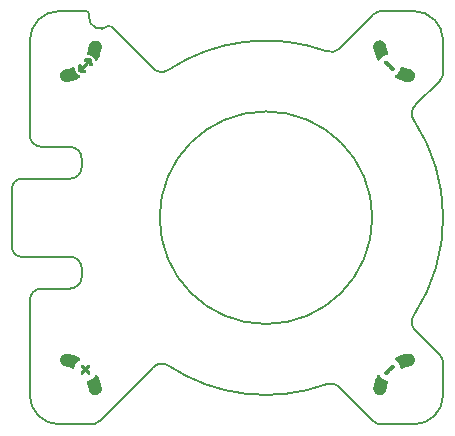
<source format=gto>
%TF.GenerationSoftware,KiCad,Pcbnew,9.0.5*%
%TF.CreationDate,2025-10-03T12:11:06+01:00*%
%TF.ProjectId,mm_rgb_ring,6d6d5f72-6762-45f7-9269-6e672e6b6963,0.4*%
%TF.SameCoordinates,PX8d24d00PY36d6160*%
%TF.FileFunction,Legend,Top*%
%TF.FilePolarity,Positive*%
%FSLAX45Y45*%
G04 Gerber Fmt 4.5, Leading zero omitted, Abs format (unit mm)*
G04 Created by KiCad (PCBNEW 9.0.5) date 2025-10-03 12:11:06*
%MOMM*%
%LPD*%
G01*
G04 APERTURE LIST*
%ADD10C,0.200000*%
%ADD11C,0.010000*%
G04 APERTURE END LIST*
D10*
X-1414831Y597028D02*
X-1654831Y597028D01*
X757069Y-1412972D02*
G75*
G02*
X-583632Y-1253573I-512129J1410492D01*
G01*
X1716169Y1156828D02*
X1509569Y950228D01*
X867169Y1428828D02*
G75*
G02*
X757268Y1407524I-71339J73892D01*
G01*
X-1904831Y247028D02*
G75*
G02*
X-1824831Y327031I79891J112D01*
G01*
X-1060331Y1613728D02*
X-713831Y1266228D01*
X-1414831Y-332972D02*
X-1824831Y-332972D01*
X1509169Y-956972D02*
G75*
G02*
X1499372Y-824974I72211J71722D01*
G01*
X1495169Y-1752972D02*
X1225169Y-1752972D01*
X-1754831Y-702972D02*
G75*
G02*
X-1654831Y-602969I100051J-48D01*
G01*
X1715869Y-1162272D02*
G75*
G02*
X1745169Y-1232972I-70329J-70568D01*
G01*
X1745169Y-1232972D02*
X1745169Y-1502972D01*
X-1504831Y-1752972D02*
G75*
G02*
X-1754832Y-1502972I-79J249922D01*
G01*
X1745169Y1226828D02*
G75*
G02*
X1716169Y1156828I-98239J-308D01*
G01*
X1155169Y-1723972D02*
X866969Y-1436072D01*
X1145169Y-2972D02*
G75*
G02*
X-654831Y-2972I-900000J0D01*
G01*
X-654831Y-2972D02*
G75*
G02*
X1145169Y-2972I900000J0D01*
G01*
X-1414831Y597028D02*
G75*
G02*
X-1314832Y497028I-39J-100038D01*
G01*
X-713831Y-1272972D02*
G75*
G02*
X-583627Y-1253567I76061J-63828D01*
G01*
X-1504831Y1747028D02*
X-1279831Y1747028D01*
X-1824831Y-332972D02*
G75*
G02*
X-1904832Y-252972I-109J79892D01*
G01*
X-1654831Y597028D02*
G75*
G02*
X-1754822Y697028I31J100022D01*
G01*
X-1164131Y-1723672D02*
G75*
G02*
X-1234831Y-1752974I-70559J70303D01*
G01*
X-1754831Y-1502972D02*
X-1754831Y-702972D01*
X-1654831Y-602972D02*
X-1414831Y-602972D01*
X757069Y-1412972D02*
G75*
G02*
X866968Y-1436073I37531J-94418D01*
G01*
X1495169Y1746827D02*
G75*
G02*
X1745167Y1496828I81J-249918D01*
G01*
X-1754831Y697028D02*
X-1754831Y1497028D01*
X-1314831Y497028D02*
X-1314831Y427028D01*
X-1090031Y1620328D02*
G75*
G02*
X-1254832Y1697028I-64439J76942D01*
G01*
X1495269Y826028D02*
X1499369Y818828D01*
X-1754831Y1497028D02*
G75*
G02*
X-1504831Y1747031I249921J82D01*
G01*
X1225169Y1746827D02*
X1495169Y1746827D01*
X-1314831Y-432972D02*
X-1314831Y-502972D01*
X-1314831Y427028D02*
G75*
G02*
X-1414631Y327031I-99699J-298D01*
G01*
X1154469Y1717627D02*
G75*
G02*
X1225169Y1746830I70661J-70888D01*
G01*
X-1254831Y1697028D02*
X-1254831Y1722028D01*
X1225169Y-1752972D02*
G75*
G02*
X1155172Y-1723970I-509J97742D01*
G01*
X-583431Y1247328D02*
G75*
G02*
X-713831Y1266228I-54319J84522D01*
G01*
X-1414831Y-332972D02*
G75*
G02*
X-1314832Y-432972I131J-99868D01*
G01*
X1745169Y-1502972D02*
G75*
G02*
X1495169Y-1752969I-249919J-78D01*
G01*
X-1904831Y-252972D02*
X-1904831Y247028D01*
X-1090031Y1620328D02*
G75*
G02*
X-1060333Y1613726I10591J-22458D01*
G01*
X867169Y1428828D02*
X1154469Y1717627D01*
X-1279831Y1747028D02*
G75*
G02*
X-1254822Y1722028I71J-24938D01*
G01*
X1509169Y-956972D02*
X1715869Y-1162272D01*
X1499369Y818828D02*
G75*
G02*
X1509570Y950227I80551J59842D01*
G01*
X-583431Y1247328D02*
G75*
G02*
X757269Y1407526I829681J-1253338D01*
G01*
X-1824831Y327028D02*
X-1414631Y327028D01*
X-1234831Y-1752972D02*
X-1504831Y-1752972D01*
X1495269Y826028D02*
G75*
G02*
X1499369Y-824973I-1248746J-828607D01*
G01*
X-1314831Y-502972D02*
G75*
G02*
X-1414831Y-602969I-100039J42D01*
G01*
X1745169Y1496828D02*
X1745169Y1226828D01*
X-713831Y-1272972D02*
X-1164131Y-1723672D01*
D11*
%TO.C,MH3*%
X-1192931Y-1336394D02*
X-1191257Y-1337027D01*
X-1189695Y-1338171D01*
X-1188172Y-1339891D01*
X-1186619Y-1342253D01*
X-1184964Y-1345323D01*
X-1184948Y-1345354D01*
X-1179208Y-1357513D01*
X-1173866Y-1370278D01*
X-1168954Y-1383549D01*
X-1164506Y-1397227D01*
X-1160557Y-1411211D01*
X-1157140Y-1425402D01*
X-1155899Y-1431266D01*
X-1154818Y-1437214D01*
X-1154127Y-1442527D01*
X-1153821Y-1447262D01*
X-1153897Y-1451472D01*
X-1154284Y-1454831D01*
X-1155733Y-1461174D01*
X-1157871Y-1467152D01*
X-1160673Y-1472730D01*
X-1164116Y-1477873D01*
X-1168175Y-1482545D01*
X-1172826Y-1486712D01*
X-1178047Y-1490338D01*
X-1178878Y-1490834D01*
X-1184149Y-1493463D01*
X-1189773Y-1495434D01*
X-1195641Y-1496736D01*
X-1201647Y-1497358D01*
X-1207684Y-1497290D01*
X-1213646Y-1496520D01*
X-1219426Y-1495039D01*
X-1219807Y-1494913D01*
X-1225413Y-1492621D01*
X-1230708Y-1489641D01*
X-1235624Y-1486040D01*
X-1240091Y-1481884D01*
X-1244042Y-1477239D01*
X-1247407Y-1472174D01*
X-1250118Y-1466754D01*
X-1250986Y-1464554D01*
X-1251441Y-1463125D01*
X-1251994Y-1461102D01*
X-1252599Y-1458674D01*
X-1253208Y-1456026D01*
X-1253776Y-1453347D01*
X-1253785Y-1453303D01*
X-1255948Y-1443330D01*
X-1258307Y-1433953D01*
X-1260919Y-1424988D01*
X-1263839Y-1416248D01*
X-1267123Y-1407550D01*
X-1269078Y-1402780D01*
X-1270446Y-1399330D01*
X-1271384Y-1396447D01*
X-1271897Y-1394035D01*
X-1271989Y-1391999D01*
X-1271668Y-1390243D01*
X-1270937Y-1388671D01*
X-1269942Y-1387343D01*
X-1269047Y-1386417D01*
X-1268076Y-1385650D01*
X-1266891Y-1384976D01*
X-1265351Y-1384329D01*
X-1263320Y-1383640D01*
X-1260658Y-1382843D01*
X-1260569Y-1382818D01*
X-1254890Y-1381049D01*
X-1249717Y-1379145D01*
X-1244763Y-1376992D01*
X-1241457Y-1375373D01*
X-1233943Y-1371099D01*
X-1226785Y-1366147D01*
X-1220056Y-1360579D01*
X-1213827Y-1354458D01*
X-1208173Y-1347849D01*
X-1205396Y-1344116D01*
X-1203203Y-1341237D01*
X-1201170Y-1339062D01*
X-1199224Y-1337537D01*
X-1197292Y-1336609D01*
X-1195302Y-1336223D01*
X-1194786Y-1336205D01*
X-1192931Y-1336394D01*
G36*
X-1192931Y-1336394D02*
G01*
X-1191257Y-1337027D01*
X-1189695Y-1338171D01*
X-1188172Y-1339891D01*
X-1186619Y-1342253D01*
X-1184964Y-1345323D01*
X-1184948Y-1345354D01*
X-1179208Y-1357513D01*
X-1173866Y-1370278D01*
X-1168954Y-1383549D01*
X-1164506Y-1397227D01*
X-1160557Y-1411211D01*
X-1157140Y-1425402D01*
X-1155899Y-1431266D01*
X-1154818Y-1437214D01*
X-1154127Y-1442527D01*
X-1153821Y-1447262D01*
X-1153897Y-1451472D01*
X-1154284Y-1454831D01*
X-1155733Y-1461174D01*
X-1157871Y-1467152D01*
X-1160673Y-1472730D01*
X-1164116Y-1477873D01*
X-1168175Y-1482545D01*
X-1172826Y-1486712D01*
X-1178047Y-1490338D01*
X-1178878Y-1490834D01*
X-1184149Y-1493463D01*
X-1189773Y-1495434D01*
X-1195641Y-1496736D01*
X-1201647Y-1497358D01*
X-1207684Y-1497290D01*
X-1213646Y-1496520D01*
X-1219426Y-1495039D01*
X-1219807Y-1494913D01*
X-1225413Y-1492621D01*
X-1230708Y-1489641D01*
X-1235624Y-1486040D01*
X-1240091Y-1481884D01*
X-1244042Y-1477239D01*
X-1247407Y-1472174D01*
X-1250118Y-1466754D01*
X-1250986Y-1464554D01*
X-1251441Y-1463125D01*
X-1251994Y-1461102D01*
X-1252599Y-1458674D01*
X-1253208Y-1456026D01*
X-1253776Y-1453347D01*
X-1253785Y-1453303D01*
X-1255948Y-1443330D01*
X-1258307Y-1433953D01*
X-1260919Y-1424988D01*
X-1263839Y-1416248D01*
X-1267123Y-1407550D01*
X-1269078Y-1402780D01*
X-1270446Y-1399330D01*
X-1271384Y-1396447D01*
X-1271897Y-1394035D01*
X-1271989Y-1391999D01*
X-1271668Y-1390243D01*
X-1270937Y-1388671D01*
X-1269942Y-1387343D01*
X-1269047Y-1386417D01*
X-1268076Y-1385650D01*
X-1266891Y-1384976D01*
X-1265351Y-1384329D01*
X-1263320Y-1383640D01*
X-1260658Y-1382843D01*
X-1260569Y-1382818D01*
X-1254890Y-1381049D01*
X-1249717Y-1379145D01*
X-1244763Y-1376992D01*
X-1241457Y-1375373D01*
X-1233943Y-1371099D01*
X-1226785Y-1366147D01*
X-1220056Y-1360579D01*
X-1213827Y-1354458D01*
X-1208173Y-1347849D01*
X-1205396Y-1344116D01*
X-1203203Y-1341237D01*
X-1201170Y-1339062D01*
X-1199224Y-1337537D01*
X-1197292Y-1336609D01*
X-1195302Y-1336223D01*
X-1194786Y-1336205D01*
X-1192931Y-1336394D01*
G37*
X-1447018Y-1154034D02*
X-1444850Y-1154071D01*
X-1442753Y-1154172D01*
X-1440629Y-1154351D01*
X-1438376Y-1154625D01*
X-1435895Y-1155011D01*
X-1433084Y-1155524D01*
X-1429843Y-1156180D01*
X-1426072Y-1156996D01*
X-1421671Y-1157988D01*
X-1419832Y-1158410D01*
X-1408491Y-1161261D01*
X-1396873Y-1164641D01*
X-1385164Y-1168482D01*
X-1373550Y-1172718D01*
X-1362217Y-1177282D01*
X-1351349Y-1182108D01*
X-1344232Y-1185549D01*
X-1341479Y-1186997D01*
X-1339376Y-1188277D01*
X-1337819Y-1189468D01*
X-1336704Y-1190652D01*
X-1335927Y-1191910D01*
X-1335840Y-1192096D01*
X-1335242Y-1193899D01*
X-1335247Y-1195582D01*
X-1335643Y-1197006D01*
X-1336728Y-1198977D01*
X-1338560Y-1201002D01*
X-1341098Y-1203036D01*
X-1341577Y-1203366D01*
X-1348900Y-1208774D01*
X-1355647Y-1214694D01*
X-1361793Y-1221098D01*
X-1367315Y-1227957D01*
X-1372187Y-1235241D01*
X-1376387Y-1242920D01*
X-1378938Y-1248575D01*
X-1380172Y-1251694D01*
X-1381294Y-1254834D01*
X-1382369Y-1258196D01*
X-1383463Y-1261983D01*
X-1384348Y-1265277D01*
X-1384880Y-1267101D01*
X-1385421Y-1268406D01*
X-1386105Y-1269456D01*
X-1386850Y-1270298D01*
X-1388407Y-1271642D01*
X-1390045Y-1272450D01*
X-1391876Y-1272727D01*
X-1394010Y-1272476D01*
X-1396555Y-1271702D01*
X-1398798Y-1270783D01*
X-1410850Y-1265838D01*
X-1423279Y-1261510D01*
X-1436143Y-1257780D01*
X-1449501Y-1254630D01*
X-1452569Y-1254002D01*
X-1456037Y-1253292D01*
X-1458875Y-1252660D01*
X-1461237Y-1252063D01*
X-1463276Y-1251456D01*
X-1465147Y-1250793D01*
X-1467003Y-1250030D01*
X-1468387Y-1249407D01*
X-1473685Y-1246533D01*
X-1478592Y-1243019D01*
X-1483050Y-1238937D01*
X-1487003Y-1234360D01*
X-1490393Y-1229360D01*
X-1493164Y-1224012D01*
X-1495257Y-1218387D01*
X-1496422Y-1213655D01*
X-1497234Y-1207379D01*
X-1497288Y-1201216D01*
X-1496615Y-1195215D01*
X-1495250Y-1189423D01*
X-1493223Y-1183890D01*
X-1490567Y-1178665D01*
X-1487315Y-1173794D01*
X-1483500Y-1169328D01*
X-1479154Y-1165315D01*
X-1474310Y-1161803D01*
X-1469000Y-1158840D01*
X-1463256Y-1156476D01*
X-1457111Y-1154759D01*
X-1456940Y-1154722D01*
X-1455172Y-1154404D01*
X-1453248Y-1154191D01*
X-1450978Y-1154072D01*
X-1448173Y-1154031D01*
X-1447018Y-1154034D01*
G36*
X-1447018Y-1154034D02*
G01*
X-1444850Y-1154071D01*
X-1442753Y-1154172D01*
X-1440629Y-1154351D01*
X-1438376Y-1154625D01*
X-1435895Y-1155011D01*
X-1433084Y-1155524D01*
X-1429843Y-1156180D01*
X-1426072Y-1156996D01*
X-1421671Y-1157988D01*
X-1419832Y-1158410D01*
X-1408491Y-1161261D01*
X-1396873Y-1164641D01*
X-1385164Y-1168482D01*
X-1373550Y-1172718D01*
X-1362217Y-1177282D01*
X-1351349Y-1182108D01*
X-1344232Y-1185549D01*
X-1341479Y-1186997D01*
X-1339376Y-1188277D01*
X-1337819Y-1189468D01*
X-1336704Y-1190652D01*
X-1335927Y-1191910D01*
X-1335840Y-1192096D01*
X-1335242Y-1193899D01*
X-1335247Y-1195582D01*
X-1335643Y-1197006D01*
X-1336728Y-1198977D01*
X-1338560Y-1201002D01*
X-1341098Y-1203036D01*
X-1341577Y-1203366D01*
X-1348900Y-1208774D01*
X-1355647Y-1214694D01*
X-1361793Y-1221098D01*
X-1367315Y-1227957D01*
X-1372187Y-1235241D01*
X-1376387Y-1242920D01*
X-1378938Y-1248575D01*
X-1380172Y-1251694D01*
X-1381294Y-1254834D01*
X-1382369Y-1258196D01*
X-1383463Y-1261983D01*
X-1384348Y-1265277D01*
X-1384880Y-1267101D01*
X-1385421Y-1268406D01*
X-1386105Y-1269456D01*
X-1386850Y-1270298D01*
X-1388407Y-1271642D01*
X-1390045Y-1272450D01*
X-1391876Y-1272727D01*
X-1394010Y-1272476D01*
X-1396555Y-1271702D01*
X-1398798Y-1270783D01*
X-1410850Y-1265838D01*
X-1423279Y-1261510D01*
X-1436143Y-1257780D01*
X-1449501Y-1254630D01*
X-1452569Y-1254002D01*
X-1456037Y-1253292D01*
X-1458875Y-1252660D01*
X-1461237Y-1252063D01*
X-1463276Y-1251456D01*
X-1465147Y-1250793D01*
X-1467003Y-1250030D01*
X-1468387Y-1249407D01*
X-1473685Y-1246533D01*
X-1478592Y-1243019D01*
X-1483050Y-1238937D01*
X-1487003Y-1234360D01*
X-1490393Y-1229360D01*
X-1493164Y-1224012D01*
X-1495257Y-1218387D01*
X-1496422Y-1213655D01*
X-1497234Y-1207379D01*
X-1497288Y-1201216D01*
X-1496615Y-1195215D01*
X-1495250Y-1189423D01*
X-1493223Y-1183890D01*
X-1490567Y-1178665D01*
X-1487315Y-1173794D01*
X-1483500Y-1169328D01*
X-1479154Y-1165315D01*
X-1474310Y-1161803D01*
X-1469000Y-1158840D01*
X-1463256Y-1156476D01*
X-1457111Y-1154759D01*
X-1456940Y-1154722D01*
X-1455172Y-1154404D01*
X-1453248Y-1154191D01*
X-1450978Y-1154072D01*
X-1448173Y-1154031D01*
X-1447018Y-1154034D01*
G37*
X-1311451Y-1249774D02*
X-1310449Y-1250050D01*
X-1309860Y-1250269D01*
X-1309261Y-1250567D01*
X-1308589Y-1250998D01*
X-1307780Y-1251620D01*
X-1306771Y-1252487D01*
X-1305499Y-1253655D01*
X-1303900Y-1255181D01*
X-1301913Y-1257120D01*
X-1299472Y-1259528D01*
X-1297496Y-1261488D01*
X-1286681Y-1272223D01*
X-1276065Y-1261703D01*
X-1273208Y-1258895D01*
X-1270632Y-1256407D01*
X-1268388Y-1254286D01*
X-1266523Y-1252577D01*
X-1265088Y-1251326D01*
X-1264131Y-1250579D01*
X-1263860Y-1250415D01*
X-1262045Y-1249851D01*
X-1259845Y-1249625D01*
X-1257574Y-1249733D01*
X-1255548Y-1250171D01*
X-1254695Y-1250529D01*
X-1252772Y-1251894D01*
X-1251094Y-1253731D01*
X-1249969Y-1255663D01*
X-1249562Y-1257250D01*
X-1249400Y-1259249D01*
X-1249480Y-1261317D01*
X-1249804Y-1263112D01*
X-1249989Y-1263649D01*
X-1250481Y-1264401D01*
X-1251545Y-1265681D01*
X-1253173Y-1267482D01*
X-1255356Y-1269791D01*
X-1258084Y-1272599D01*
X-1261347Y-1275897D01*
X-1261386Y-1275936D01*
X-1272169Y-1286747D01*
X-1261586Y-1297377D01*
X-1258492Y-1300504D01*
X-1255941Y-1303123D01*
X-1253900Y-1305273D01*
X-1252333Y-1306989D01*
X-1251208Y-1308311D01*
X-1250490Y-1309274D01*
X-1250197Y-1309783D01*
X-1249490Y-1312214D01*
X-1249381Y-1314873D01*
X-1249862Y-1317471D01*
X-1250402Y-1318824D01*
X-1251968Y-1321145D01*
X-1254030Y-1322867D01*
X-1256293Y-1323873D01*
X-1258062Y-1324311D01*
X-1259564Y-1324415D01*
X-1261164Y-1324181D01*
X-1262499Y-1323827D01*
X-1263073Y-1323640D01*
X-1263636Y-1323392D01*
X-1264251Y-1323030D01*
X-1264981Y-1322496D01*
X-1265887Y-1321738D01*
X-1267032Y-1320700D01*
X-1268478Y-1319326D01*
X-1270289Y-1317562D01*
X-1272525Y-1315352D01*
X-1275251Y-1312643D01*
X-1275667Y-1312228D01*
X-1286681Y-1301259D01*
X-1297694Y-1312228D01*
X-1300492Y-1315011D01*
X-1302792Y-1317285D01*
X-1304657Y-1319107D01*
X-1306150Y-1320532D01*
X-1307333Y-1321613D01*
X-1308268Y-1322407D01*
X-1309018Y-1322968D01*
X-1309645Y-1323351D01*
X-1310212Y-1323611D01*
X-1310781Y-1323803D01*
X-1310863Y-1323827D01*
X-1312741Y-1324292D01*
X-1314270Y-1324418D01*
X-1315817Y-1324208D01*
X-1317069Y-1323873D01*
X-1319535Y-1322749D01*
X-1321523Y-1321040D01*
X-1322966Y-1318841D01*
X-1323797Y-1316245D01*
X-1323978Y-1314160D01*
X-1323955Y-1313044D01*
X-1323860Y-1312048D01*
X-1323643Y-1311103D01*
X-1323256Y-1310141D01*
X-1322649Y-1309093D01*
X-1321771Y-1307892D01*
X-1320575Y-1306470D01*
X-1319009Y-1304759D01*
X-1317026Y-1302690D01*
X-1314574Y-1300195D01*
X-1311776Y-1297377D01*
X-1301193Y-1286747D01*
X-1311959Y-1275936D01*
X-1315199Y-1272661D01*
X-1317875Y-1269908D01*
X-1320003Y-1267659D01*
X-1321602Y-1265896D01*
X-1322687Y-1264600D01*
X-1323275Y-1263753D01*
X-1323356Y-1263588D01*
X-1323943Y-1261196D01*
X-1323921Y-1258591D01*
X-1323335Y-1256014D01*
X-1322230Y-1253702D01*
X-1321285Y-1252487D01*
X-1319266Y-1250908D01*
X-1316836Y-1249903D01*
X-1314172Y-1249512D01*
X-1311451Y-1249774D01*
G36*
X-1311451Y-1249774D02*
G01*
X-1310449Y-1250050D01*
X-1309860Y-1250269D01*
X-1309261Y-1250567D01*
X-1308589Y-1250998D01*
X-1307780Y-1251620D01*
X-1306771Y-1252487D01*
X-1305499Y-1253655D01*
X-1303900Y-1255181D01*
X-1301913Y-1257120D01*
X-1299472Y-1259528D01*
X-1297496Y-1261488D01*
X-1286681Y-1272223D01*
X-1276065Y-1261703D01*
X-1273208Y-1258895D01*
X-1270632Y-1256407D01*
X-1268388Y-1254286D01*
X-1266523Y-1252577D01*
X-1265088Y-1251326D01*
X-1264131Y-1250579D01*
X-1263860Y-1250415D01*
X-1262045Y-1249851D01*
X-1259845Y-1249625D01*
X-1257574Y-1249733D01*
X-1255548Y-1250171D01*
X-1254695Y-1250529D01*
X-1252772Y-1251894D01*
X-1251094Y-1253731D01*
X-1249969Y-1255663D01*
X-1249562Y-1257250D01*
X-1249400Y-1259249D01*
X-1249480Y-1261317D01*
X-1249804Y-1263112D01*
X-1249989Y-1263649D01*
X-1250481Y-1264401D01*
X-1251545Y-1265681D01*
X-1253173Y-1267482D01*
X-1255356Y-1269791D01*
X-1258084Y-1272599D01*
X-1261347Y-1275897D01*
X-1261386Y-1275936D01*
X-1272169Y-1286747D01*
X-1261586Y-1297377D01*
X-1258492Y-1300504D01*
X-1255941Y-1303123D01*
X-1253900Y-1305273D01*
X-1252333Y-1306989D01*
X-1251208Y-1308311D01*
X-1250490Y-1309274D01*
X-1250197Y-1309783D01*
X-1249490Y-1312214D01*
X-1249381Y-1314873D01*
X-1249862Y-1317471D01*
X-1250402Y-1318824D01*
X-1251968Y-1321145D01*
X-1254030Y-1322867D01*
X-1256293Y-1323873D01*
X-1258062Y-1324311D01*
X-1259564Y-1324415D01*
X-1261164Y-1324181D01*
X-1262499Y-1323827D01*
X-1263073Y-1323640D01*
X-1263636Y-1323392D01*
X-1264251Y-1323030D01*
X-1264981Y-1322496D01*
X-1265887Y-1321738D01*
X-1267032Y-1320700D01*
X-1268478Y-1319326D01*
X-1270289Y-1317562D01*
X-1272525Y-1315352D01*
X-1275251Y-1312643D01*
X-1275667Y-1312228D01*
X-1286681Y-1301259D01*
X-1297694Y-1312228D01*
X-1300492Y-1315011D01*
X-1302792Y-1317285D01*
X-1304657Y-1319107D01*
X-1306150Y-1320532D01*
X-1307333Y-1321613D01*
X-1308268Y-1322407D01*
X-1309018Y-1322968D01*
X-1309645Y-1323351D01*
X-1310212Y-1323611D01*
X-1310781Y-1323803D01*
X-1310863Y-1323827D01*
X-1312741Y-1324292D01*
X-1314270Y-1324418D01*
X-1315817Y-1324208D01*
X-1317069Y-1323873D01*
X-1319535Y-1322749D01*
X-1321523Y-1321040D01*
X-1322966Y-1318841D01*
X-1323797Y-1316245D01*
X-1323978Y-1314160D01*
X-1323955Y-1313044D01*
X-1323860Y-1312048D01*
X-1323643Y-1311103D01*
X-1323256Y-1310141D01*
X-1322649Y-1309093D01*
X-1321771Y-1307892D01*
X-1320575Y-1306470D01*
X-1319009Y-1304759D01*
X-1317026Y-1302690D01*
X-1314574Y-1300195D01*
X-1311776Y-1297377D01*
X-1301193Y-1286747D01*
X-1311959Y-1275936D01*
X-1315199Y-1272661D01*
X-1317875Y-1269908D01*
X-1320003Y-1267659D01*
X-1321602Y-1265896D01*
X-1322687Y-1264600D01*
X-1323275Y-1263753D01*
X-1323356Y-1263588D01*
X-1323943Y-1261196D01*
X-1323921Y-1258591D01*
X-1323335Y-1256014D01*
X-1322230Y-1253702D01*
X-1321285Y-1252487D01*
X-1319266Y-1250908D01*
X-1316836Y-1249903D01*
X-1314172Y-1249512D01*
X-1311451Y-1249774D01*
G37*
%TO.C,MH4*%
X1451195Y-1153549D02*
X1454554Y-1153936D01*
X1460897Y-1155385D01*
X1466875Y-1157522D01*
X1472453Y-1160325D01*
X1477596Y-1163767D01*
X1482268Y-1167826D01*
X1486435Y-1172478D01*
X1490061Y-1177698D01*
X1490557Y-1178529D01*
X1493186Y-1183801D01*
X1495157Y-1189424D01*
X1496459Y-1195292D01*
X1497081Y-1201299D01*
X1497013Y-1207336D01*
X1496243Y-1213298D01*
X1494762Y-1219077D01*
X1494636Y-1219459D01*
X1492344Y-1225065D01*
X1489364Y-1230360D01*
X1485763Y-1235275D01*
X1481607Y-1239743D01*
X1476962Y-1243693D01*
X1471897Y-1247059D01*
X1466477Y-1249770D01*
X1464276Y-1250637D01*
X1462848Y-1251092D01*
X1460825Y-1251645D01*
X1458397Y-1252250D01*
X1455749Y-1252860D01*
X1453070Y-1253428D01*
X1453026Y-1253437D01*
X1443053Y-1255599D01*
X1433676Y-1257958D01*
X1424711Y-1260570D01*
X1415971Y-1263490D01*
X1407273Y-1266775D01*
X1402503Y-1268730D01*
X1399053Y-1270098D01*
X1396169Y-1271036D01*
X1393758Y-1271548D01*
X1391722Y-1271641D01*
X1389966Y-1271319D01*
X1388394Y-1270589D01*
X1387066Y-1269594D01*
X1386140Y-1268699D01*
X1385373Y-1267728D01*
X1384699Y-1266542D01*
X1384052Y-1265003D01*
X1383363Y-1262972D01*
X1382566Y-1260309D01*
X1382541Y-1260221D01*
X1380772Y-1254542D01*
X1378868Y-1249369D01*
X1376715Y-1244414D01*
X1375096Y-1241108D01*
X1370822Y-1233595D01*
X1365870Y-1226437D01*
X1360302Y-1219707D01*
X1354181Y-1213479D01*
X1347571Y-1207824D01*
X1343839Y-1205048D01*
X1340960Y-1202855D01*
X1338784Y-1200821D01*
X1337260Y-1198875D01*
X1336332Y-1196943D01*
X1335946Y-1194954D01*
X1335928Y-1194437D01*
X1336117Y-1192582D01*
X1336750Y-1190909D01*
X1337894Y-1189346D01*
X1339614Y-1187824D01*
X1341976Y-1186270D01*
X1345046Y-1184615D01*
X1345077Y-1184599D01*
X1357236Y-1178860D01*
X1370001Y-1173517D01*
X1383272Y-1168605D01*
X1396950Y-1164158D01*
X1410934Y-1160209D01*
X1425125Y-1156791D01*
X1430989Y-1155550D01*
X1436937Y-1154469D01*
X1442250Y-1153778D01*
X1446985Y-1153472D01*
X1451195Y-1153549D01*
G36*
X1451195Y-1153549D02*
G01*
X1454554Y-1153936D01*
X1460897Y-1155385D01*
X1466875Y-1157522D01*
X1472453Y-1160325D01*
X1477596Y-1163767D01*
X1482268Y-1167826D01*
X1486435Y-1172478D01*
X1490061Y-1177698D01*
X1490557Y-1178529D01*
X1493186Y-1183801D01*
X1495157Y-1189424D01*
X1496459Y-1195292D01*
X1497081Y-1201299D01*
X1497013Y-1207336D01*
X1496243Y-1213298D01*
X1494762Y-1219077D01*
X1494636Y-1219459D01*
X1492344Y-1225065D01*
X1489364Y-1230360D01*
X1485763Y-1235275D01*
X1481607Y-1239743D01*
X1476962Y-1243693D01*
X1471897Y-1247059D01*
X1466477Y-1249770D01*
X1464276Y-1250637D01*
X1462848Y-1251092D01*
X1460825Y-1251645D01*
X1458397Y-1252250D01*
X1455749Y-1252860D01*
X1453070Y-1253428D01*
X1453026Y-1253437D01*
X1443053Y-1255599D01*
X1433676Y-1257958D01*
X1424711Y-1260570D01*
X1415971Y-1263490D01*
X1407273Y-1266775D01*
X1402503Y-1268730D01*
X1399053Y-1270098D01*
X1396169Y-1271036D01*
X1393758Y-1271548D01*
X1391722Y-1271641D01*
X1389966Y-1271319D01*
X1388394Y-1270589D01*
X1387066Y-1269594D01*
X1386140Y-1268699D01*
X1385373Y-1267728D01*
X1384699Y-1266542D01*
X1384052Y-1265003D01*
X1383363Y-1262972D01*
X1382566Y-1260309D01*
X1382541Y-1260221D01*
X1380772Y-1254542D01*
X1378868Y-1249369D01*
X1376715Y-1244414D01*
X1375096Y-1241108D01*
X1370822Y-1233595D01*
X1365870Y-1226437D01*
X1360302Y-1219707D01*
X1354181Y-1213479D01*
X1347571Y-1207824D01*
X1343839Y-1205048D01*
X1340960Y-1202855D01*
X1338784Y-1200821D01*
X1337260Y-1198875D01*
X1336332Y-1196943D01*
X1335946Y-1194954D01*
X1335928Y-1194437D01*
X1336117Y-1192582D01*
X1336750Y-1190909D01*
X1337894Y-1189346D01*
X1339614Y-1187824D01*
X1341976Y-1186270D01*
X1345046Y-1184615D01*
X1345077Y-1184599D01*
X1357236Y-1178860D01*
X1370001Y-1173517D01*
X1383272Y-1168605D01*
X1396950Y-1164158D01*
X1410934Y-1160209D01*
X1425125Y-1156791D01*
X1430989Y-1155550D01*
X1436937Y-1154469D01*
X1442250Y-1153778D01*
X1446985Y-1153472D01*
X1451195Y-1153549D01*
G37*
X1195305Y-1334899D02*
X1196729Y-1335294D01*
X1198700Y-1336380D01*
X1200725Y-1338212D01*
X1202759Y-1340750D01*
X1203089Y-1341228D01*
X1208497Y-1348552D01*
X1214417Y-1355298D01*
X1220821Y-1361445D01*
X1227680Y-1366966D01*
X1234963Y-1371839D01*
X1242643Y-1376038D01*
X1248298Y-1378589D01*
X1251417Y-1379824D01*
X1254556Y-1380946D01*
X1257919Y-1382021D01*
X1261706Y-1383114D01*
X1265000Y-1384000D01*
X1266824Y-1384531D01*
X1268129Y-1385073D01*
X1269179Y-1385757D01*
X1270021Y-1386502D01*
X1271365Y-1388058D01*
X1272173Y-1389697D01*
X1272449Y-1391528D01*
X1272199Y-1393661D01*
X1271425Y-1396206D01*
X1270506Y-1398449D01*
X1265561Y-1410501D01*
X1261233Y-1422930D01*
X1257503Y-1435794D01*
X1254353Y-1449152D01*
X1253725Y-1452220D01*
X1253015Y-1455688D01*
X1252383Y-1458527D01*
X1251786Y-1460888D01*
X1251178Y-1462928D01*
X1250516Y-1464799D01*
X1249753Y-1466655D01*
X1249130Y-1468039D01*
X1246256Y-1473337D01*
X1242742Y-1478244D01*
X1238660Y-1482702D01*
X1234082Y-1486655D01*
X1229083Y-1490045D01*
X1223735Y-1492815D01*
X1218110Y-1494909D01*
X1213378Y-1496073D01*
X1207102Y-1496886D01*
X1200939Y-1496939D01*
X1194938Y-1496267D01*
X1189146Y-1494901D01*
X1183613Y-1492874D01*
X1178387Y-1490219D01*
X1173517Y-1486967D01*
X1169051Y-1483152D01*
X1165038Y-1478806D01*
X1161525Y-1473961D01*
X1158563Y-1468651D01*
X1156199Y-1462907D01*
X1154482Y-1456763D01*
X1154445Y-1456592D01*
X1154127Y-1454823D01*
X1153914Y-1452899D01*
X1153795Y-1450629D01*
X1153754Y-1447824D01*
X1153757Y-1446670D01*
X1153794Y-1444501D01*
X1153895Y-1442405D01*
X1154074Y-1440281D01*
X1154348Y-1438028D01*
X1154734Y-1435546D01*
X1155247Y-1432735D01*
X1155903Y-1429494D01*
X1156719Y-1425724D01*
X1157711Y-1421322D01*
X1158133Y-1419484D01*
X1160984Y-1408142D01*
X1164364Y-1396525D01*
X1168205Y-1384816D01*
X1172441Y-1373202D01*
X1177005Y-1361868D01*
X1181831Y-1351000D01*
X1185272Y-1343884D01*
X1186720Y-1341131D01*
X1188000Y-1339028D01*
X1189191Y-1337471D01*
X1190375Y-1336355D01*
X1191633Y-1335578D01*
X1191819Y-1335491D01*
X1193622Y-1334894D01*
X1195305Y-1334899D01*
G36*
X1195305Y-1334899D02*
G01*
X1196729Y-1335294D01*
X1198700Y-1336380D01*
X1200725Y-1338212D01*
X1202759Y-1340750D01*
X1203089Y-1341228D01*
X1208497Y-1348552D01*
X1214417Y-1355298D01*
X1220821Y-1361445D01*
X1227680Y-1366966D01*
X1234963Y-1371839D01*
X1242643Y-1376038D01*
X1248298Y-1378589D01*
X1251417Y-1379824D01*
X1254556Y-1380946D01*
X1257919Y-1382021D01*
X1261706Y-1383114D01*
X1265000Y-1384000D01*
X1266824Y-1384531D01*
X1268129Y-1385073D01*
X1269179Y-1385757D01*
X1270021Y-1386502D01*
X1271365Y-1388058D01*
X1272173Y-1389697D01*
X1272449Y-1391528D01*
X1272199Y-1393661D01*
X1271425Y-1396206D01*
X1270506Y-1398449D01*
X1265561Y-1410501D01*
X1261233Y-1422930D01*
X1257503Y-1435794D01*
X1254353Y-1449152D01*
X1253725Y-1452220D01*
X1253015Y-1455688D01*
X1252383Y-1458527D01*
X1251786Y-1460888D01*
X1251178Y-1462928D01*
X1250516Y-1464799D01*
X1249753Y-1466655D01*
X1249130Y-1468039D01*
X1246256Y-1473337D01*
X1242742Y-1478244D01*
X1238660Y-1482702D01*
X1234082Y-1486655D01*
X1229083Y-1490045D01*
X1223735Y-1492815D01*
X1218110Y-1494909D01*
X1213378Y-1496073D01*
X1207102Y-1496886D01*
X1200939Y-1496939D01*
X1194938Y-1496267D01*
X1189146Y-1494901D01*
X1183613Y-1492874D01*
X1178387Y-1490219D01*
X1173517Y-1486967D01*
X1169051Y-1483152D01*
X1165038Y-1478806D01*
X1161525Y-1473961D01*
X1158563Y-1468651D01*
X1156199Y-1462907D01*
X1154482Y-1456763D01*
X1154445Y-1456592D01*
X1154127Y-1454823D01*
X1153914Y-1452899D01*
X1153795Y-1450629D01*
X1153754Y-1447824D01*
X1153757Y-1446670D01*
X1153794Y-1444501D01*
X1153895Y-1442405D01*
X1154074Y-1440281D01*
X1154348Y-1438028D01*
X1154734Y-1435546D01*
X1155247Y-1432735D01*
X1155903Y-1429494D01*
X1156719Y-1425724D01*
X1157711Y-1421322D01*
X1158133Y-1419484D01*
X1160984Y-1408142D01*
X1164364Y-1396525D01*
X1168205Y-1384816D01*
X1172441Y-1373202D01*
X1177005Y-1361868D01*
X1181831Y-1351000D01*
X1185272Y-1343884D01*
X1186720Y-1341131D01*
X1188000Y-1339028D01*
X1189191Y-1337471D01*
X1190375Y-1336355D01*
X1191633Y-1335578D01*
X1191819Y-1335491D01*
X1193622Y-1334894D01*
X1195305Y-1334899D01*
G37*
X1316166Y-1246567D02*
X1317064Y-1246767D01*
X1320067Y-1247991D01*
X1322565Y-1249781D01*
X1324502Y-1252059D01*
X1325820Y-1254745D01*
X1326464Y-1257762D01*
X1326491Y-1259912D01*
X1326445Y-1260663D01*
X1326385Y-1261350D01*
X1326281Y-1262008D01*
X1326101Y-1262672D01*
X1325814Y-1263379D01*
X1325390Y-1264165D01*
X1324796Y-1265064D01*
X1324001Y-1266113D01*
X1322975Y-1267347D01*
X1321685Y-1268802D01*
X1320102Y-1270514D01*
X1318193Y-1272519D01*
X1315927Y-1274852D01*
X1313273Y-1277549D01*
X1310199Y-1280645D01*
X1306675Y-1284177D01*
X1302670Y-1288180D01*
X1298151Y-1292690D01*
X1295520Y-1295315D01*
X1290864Y-1299961D01*
X1286735Y-1304077D01*
X1283097Y-1307698D01*
X1279917Y-1310856D01*
X1277160Y-1313584D01*
X1274791Y-1315914D01*
X1272776Y-1317881D01*
X1271080Y-1319515D01*
X1269669Y-1320851D01*
X1268509Y-1321921D01*
X1267564Y-1322758D01*
X1266800Y-1323394D01*
X1266183Y-1323864D01*
X1265678Y-1324198D01*
X1265251Y-1324431D01*
X1264867Y-1324596D01*
X1264649Y-1324673D01*
X1261496Y-1325345D01*
X1258405Y-1325284D01*
X1255483Y-1324531D01*
X1252836Y-1323125D01*
X1250571Y-1321106D01*
X1248951Y-1318804D01*
X1248393Y-1317723D01*
X1248046Y-1316772D01*
X1247862Y-1315700D01*
X1247791Y-1314258D01*
X1247782Y-1312923D01*
X1247816Y-1310969D01*
X1247947Y-1309551D01*
X1248218Y-1308412D01*
X1248670Y-1307298D01*
X1248732Y-1307168D01*
X1248998Y-1306725D01*
X1249474Y-1306092D01*
X1250189Y-1305239D01*
X1251172Y-1304135D01*
X1252452Y-1302750D01*
X1254058Y-1301055D01*
X1256019Y-1299020D01*
X1258364Y-1296613D01*
X1261122Y-1293805D01*
X1264322Y-1290566D01*
X1267994Y-1286865D01*
X1272166Y-1282673D01*
X1276868Y-1277959D01*
X1277902Y-1276923D01*
X1282579Y-1272242D01*
X1286732Y-1268091D01*
X1290393Y-1264439D01*
X1293598Y-1261253D01*
X1296379Y-1258501D01*
X1298771Y-1256149D01*
X1300808Y-1254165D01*
X1302523Y-1252517D01*
X1303951Y-1251172D01*
X1305125Y-1250097D01*
X1306080Y-1249260D01*
X1306848Y-1248628D01*
X1307465Y-1248169D01*
X1307964Y-1247849D01*
X1308339Y-1247655D01*
X1310896Y-1246802D01*
X1313605Y-1246429D01*
X1316166Y-1246567D01*
G36*
X1316166Y-1246567D02*
G01*
X1317064Y-1246767D01*
X1320067Y-1247991D01*
X1322565Y-1249781D01*
X1324502Y-1252059D01*
X1325820Y-1254745D01*
X1326464Y-1257762D01*
X1326491Y-1259912D01*
X1326445Y-1260663D01*
X1326385Y-1261350D01*
X1326281Y-1262008D01*
X1326101Y-1262672D01*
X1325814Y-1263379D01*
X1325390Y-1264165D01*
X1324796Y-1265064D01*
X1324001Y-1266113D01*
X1322975Y-1267347D01*
X1321685Y-1268802D01*
X1320102Y-1270514D01*
X1318193Y-1272519D01*
X1315927Y-1274852D01*
X1313273Y-1277549D01*
X1310199Y-1280645D01*
X1306675Y-1284177D01*
X1302670Y-1288180D01*
X1298151Y-1292690D01*
X1295520Y-1295315D01*
X1290864Y-1299961D01*
X1286735Y-1304077D01*
X1283097Y-1307698D01*
X1279917Y-1310856D01*
X1277160Y-1313584D01*
X1274791Y-1315914D01*
X1272776Y-1317881D01*
X1271080Y-1319515D01*
X1269669Y-1320851D01*
X1268509Y-1321921D01*
X1267564Y-1322758D01*
X1266800Y-1323394D01*
X1266183Y-1323864D01*
X1265678Y-1324198D01*
X1265251Y-1324431D01*
X1264867Y-1324596D01*
X1264649Y-1324673D01*
X1261496Y-1325345D01*
X1258405Y-1325284D01*
X1255483Y-1324531D01*
X1252836Y-1323125D01*
X1250571Y-1321106D01*
X1248951Y-1318804D01*
X1248393Y-1317723D01*
X1248046Y-1316772D01*
X1247862Y-1315700D01*
X1247791Y-1314258D01*
X1247782Y-1312923D01*
X1247816Y-1310969D01*
X1247947Y-1309551D01*
X1248218Y-1308412D01*
X1248670Y-1307298D01*
X1248732Y-1307168D01*
X1248998Y-1306725D01*
X1249474Y-1306092D01*
X1250189Y-1305239D01*
X1251172Y-1304135D01*
X1252452Y-1302750D01*
X1254058Y-1301055D01*
X1256019Y-1299020D01*
X1258364Y-1296613D01*
X1261122Y-1293805D01*
X1264322Y-1290566D01*
X1267994Y-1286865D01*
X1272166Y-1282673D01*
X1276868Y-1277959D01*
X1277902Y-1276923D01*
X1282579Y-1272242D01*
X1286732Y-1268091D01*
X1290393Y-1264439D01*
X1293598Y-1261253D01*
X1296379Y-1258501D01*
X1298771Y-1256149D01*
X1300808Y-1254165D01*
X1302523Y-1252517D01*
X1303951Y-1251172D01*
X1305125Y-1250097D01*
X1306080Y-1249260D01*
X1306848Y-1248628D01*
X1307465Y-1248169D01*
X1307964Y-1247849D01*
X1308339Y-1247655D01*
X1310896Y-1246802D01*
X1313605Y-1246429D01*
X1316166Y-1246567D01*
G37*
%TO.C,MH2*%
X1207586Y1497561D02*
X1213547Y1496791D01*
X1219327Y1495310D01*
X1219708Y1495184D01*
X1225314Y1492892D01*
X1230609Y1489912D01*
X1235525Y1486311D01*
X1239992Y1482155D01*
X1243943Y1477510D01*
X1247308Y1472445D01*
X1250019Y1467025D01*
X1250887Y1464824D01*
X1251342Y1463396D01*
X1251895Y1461373D01*
X1252500Y1458945D01*
X1253109Y1456297D01*
X1253677Y1453618D01*
X1253686Y1453574D01*
X1255849Y1443601D01*
X1258208Y1434224D01*
X1260820Y1425259D01*
X1263740Y1416519D01*
X1267024Y1407821D01*
X1268980Y1403051D01*
X1270348Y1399601D01*
X1271285Y1396717D01*
X1271798Y1394306D01*
X1271890Y1392270D01*
X1271569Y1390514D01*
X1270838Y1388942D01*
X1269843Y1387614D01*
X1268948Y1386688D01*
X1267977Y1385921D01*
X1266792Y1385247D01*
X1265253Y1384600D01*
X1263221Y1383911D01*
X1260559Y1383114D01*
X1260470Y1383089D01*
X1254791Y1381320D01*
X1249618Y1379416D01*
X1244664Y1377263D01*
X1241358Y1375644D01*
X1233844Y1371370D01*
X1226687Y1366418D01*
X1219957Y1360850D01*
X1213728Y1354729D01*
X1208074Y1348119D01*
X1205298Y1344387D01*
X1203104Y1341508D01*
X1201071Y1339332D01*
X1199125Y1337808D01*
X1197193Y1336880D01*
X1195203Y1336494D01*
X1194687Y1336476D01*
X1192832Y1336665D01*
X1191158Y1337298D01*
X1189596Y1338442D01*
X1188073Y1340162D01*
X1186520Y1342524D01*
X1184865Y1345594D01*
X1184849Y1345625D01*
X1179109Y1357784D01*
X1173767Y1370549D01*
X1168855Y1383820D01*
X1164407Y1397498D01*
X1160458Y1411482D01*
X1157041Y1425673D01*
X1155800Y1431537D01*
X1154719Y1437485D01*
X1154028Y1442798D01*
X1153722Y1447533D01*
X1153798Y1451743D01*
X1154185Y1455102D01*
X1155634Y1461445D01*
X1157772Y1467423D01*
X1160574Y1473001D01*
X1164017Y1478144D01*
X1168076Y1482816D01*
X1172727Y1486983D01*
X1177948Y1490609D01*
X1178779Y1491105D01*
X1184050Y1493734D01*
X1189674Y1495705D01*
X1195542Y1497007D01*
X1201548Y1497629D01*
X1207586Y1497561D01*
G36*
X1207586Y1497561D02*
G01*
X1213547Y1496791D01*
X1219327Y1495310D01*
X1219708Y1495184D01*
X1225314Y1492892D01*
X1230609Y1489912D01*
X1235525Y1486311D01*
X1239992Y1482155D01*
X1243943Y1477510D01*
X1247308Y1472445D01*
X1250019Y1467025D01*
X1250887Y1464824D01*
X1251342Y1463396D01*
X1251895Y1461373D01*
X1252500Y1458945D01*
X1253109Y1456297D01*
X1253677Y1453618D01*
X1253686Y1453574D01*
X1255849Y1443601D01*
X1258208Y1434224D01*
X1260820Y1425259D01*
X1263740Y1416519D01*
X1267024Y1407821D01*
X1268980Y1403051D01*
X1270348Y1399601D01*
X1271285Y1396717D01*
X1271798Y1394306D01*
X1271890Y1392270D01*
X1271569Y1390514D01*
X1270838Y1388942D01*
X1269843Y1387614D01*
X1268948Y1386688D01*
X1267977Y1385921D01*
X1266792Y1385247D01*
X1265253Y1384600D01*
X1263221Y1383911D01*
X1260559Y1383114D01*
X1260470Y1383089D01*
X1254791Y1381320D01*
X1249618Y1379416D01*
X1244664Y1377263D01*
X1241358Y1375644D01*
X1233844Y1371370D01*
X1226687Y1366418D01*
X1219957Y1360850D01*
X1213728Y1354729D01*
X1208074Y1348119D01*
X1205298Y1344387D01*
X1203104Y1341508D01*
X1201071Y1339332D01*
X1199125Y1337808D01*
X1197193Y1336880D01*
X1195203Y1336494D01*
X1194687Y1336476D01*
X1192832Y1336665D01*
X1191158Y1337298D01*
X1189596Y1338442D01*
X1188073Y1340162D01*
X1186520Y1342524D01*
X1184865Y1345594D01*
X1184849Y1345625D01*
X1179109Y1357784D01*
X1173767Y1370549D01*
X1168855Y1383820D01*
X1164407Y1397498D01*
X1160458Y1411482D01*
X1157041Y1425673D01*
X1155800Y1431537D01*
X1154719Y1437485D01*
X1154028Y1442798D01*
X1153722Y1447533D01*
X1153798Y1451743D01*
X1154185Y1455102D01*
X1155634Y1461445D01*
X1157772Y1467423D01*
X1160574Y1473001D01*
X1164017Y1478144D01*
X1168076Y1482816D01*
X1172727Y1486983D01*
X1177948Y1490609D01*
X1178779Y1491105D01*
X1184050Y1493734D01*
X1189674Y1495705D01*
X1195542Y1497007D01*
X1201548Y1497629D01*
X1207586Y1497561D01*
G37*
X1260913Y1326993D02*
X1261599Y1326933D01*
X1262257Y1326829D01*
X1262922Y1326649D01*
X1263629Y1326362D01*
X1264414Y1325938D01*
X1265313Y1325344D01*
X1266362Y1324549D01*
X1267597Y1323523D01*
X1269052Y1322233D01*
X1270764Y1320650D01*
X1272769Y1318741D01*
X1275102Y1316475D01*
X1277798Y1313821D01*
X1280895Y1310747D01*
X1284427Y1307223D01*
X1288430Y1303218D01*
X1292940Y1298699D01*
X1295565Y1296068D01*
X1300210Y1291412D01*
X1304327Y1287283D01*
X1307948Y1283645D01*
X1311106Y1280465D01*
X1313833Y1277708D01*
X1316164Y1275339D01*
X1318130Y1273324D01*
X1319765Y1271628D01*
X1321101Y1270217D01*
X1322170Y1269057D01*
X1323007Y1268112D01*
X1323644Y1267348D01*
X1324113Y1266731D01*
X1324448Y1266226D01*
X1324681Y1265799D01*
X1324845Y1265415D01*
X1324922Y1265197D01*
X1325594Y1262044D01*
X1325534Y1258953D01*
X1324780Y1256031D01*
X1323374Y1253384D01*
X1321355Y1251119D01*
X1319054Y1249499D01*
X1317972Y1248941D01*
X1317021Y1248594D01*
X1315950Y1248410D01*
X1314507Y1248339D01*
X1313172Y1248330D01*
X1311218Y1248364D01*
X1309800Y1248495D01*
X1308662Y1248766D01*
X1307548Y1249218D01*
X1307418Y1249280D01*
X1306975Y1249546D01*
X1306342Y1250022D01*
X1305488Y1250737D01*
X1304384Y1251720D01*
X1303000Y1253000D01*
X1301305Y1254606D01*
X1299269Y1256567D01*
X1296862Y1258912D01*
X1294054Y1261670D01*
X1290815Y1264870D01*
X1287115Y1268542D01*
X1282923Y1272714D01*
X1278209Y1277416D01*
X1277173Y1278450D01*
X1272491Y1283127D01*
X1268341Y1287280D01*
X1264689Y1290941D01*
X1261503Y1294146D01*
X1258750Y1296927D01*
X1256398Y1299319D01*
X1254415Y1301356D01*
X1252767Y1303071D01*
X1251421Y1304499D01*
X1250347Y1305673D01*
X1249509Y1306628D01*
X1248878Y1307396D01*
X1248418Y1308013D01*
X1248099Y1308512D01*
X1247904Y1308887D01*
X1247052Y1311444D01*
X1246679Y1314153D01*
X1246817Y1316714D01*
X1247017Y1317612D01*
X1248241Y1320615D01*
X1250031Y1323113D01*
X1252309Y1325050D01*
X1254995Y1326368D01*
X1258011Y1327012D01*
X1260161Y1327039D01*
X1260913Y1326993D01*
G36*
X1260913Y1326993D02*
G01*
X1261599Y1326933D01*
X1262257Y1326829D01*
X1262922Y1326649D01*
X1263629Y1326362D01*
X1264414Y1325938D01*
X1265313Y1325344D01*
X1266362Y1324549D01*
X1267597Y1323523D01*
X1269052Y1322233D01*
X1270764Y1320650D01*
X1272769Y1318741D01*
X1275102Y1316475D01*
X1277798Y1313821D01*
X1280895Y1310747D01*
X1284427Y1307223D01*
X1288430Y1303218D01*
X1292940Y1298699D01*
X1295565Y1296068D01*
X1300210Y1291412D01*
X1304327Y1287283D01*
X1307948Y1283645D01*
X1311106Y1280465D01*
X1313833Y1277708D01*
X1316164Y1275339D01*
X1318130Y1273324D01*
X1319765Y1271628D01*
X1321101Y1270217D01*
X1322170Y1269057D01*
X1323007Y1268112D01*
X1323644Y1267348D01*
X1324113Y1266731D01*
X1324448Y1266226D01*
X1324681Y1265799D01*
X1324845Y1265415D01*
X1324922Y1265197D01*
X1325594Y1262044D01*
X1325534Y1258953D01*
X1324780Y1256031D01*
X1323374Y1253384D01*
X1321355Y1251119D01*
X1319054Y1249499D01*
X1317972Y1248941D01*
X1317021Y1248594D01*
X1315950Y1248410D01*
X1314507Y1248339D01*
X1313172Y1248330D01*
X1311218Y1248364D01*
X1309800Y1248495D01*
X1308662Y1248766D01*
X1307548Y1249218D01*
X1307418Y1249280D01*
X1306975Y1249546D01*
X1306342Y1250022D01*
X1305488Y1250737D01*
X1304384Y1251720D01*
X1303000Y1253000D01*
X1301305Y1254606D01*
X1299269Y1256567D01*
X1296862Y1258912D01*
X1294054Y1261670D01*
X1290815Y1264870D01*
X1287115Y1268542D01*
X1282923Y1272714D01*
X1278209Y1277416D01*
X1277173Y1278450D01*
X1272491Y1283127D01*
X1268341Y1287280D01*
X1264689Y1290941D01*
X1261503Y1294146D01*
X1258750Y1296927D01*
X1256398Y1299319D01*
X1254415Y1301356D01*
X1252767Y1303071D01*
X1251421Y1304499D01*
X1250347Y1305673D01*
X1249509Y1306628D01*
X1248878Y1307396D01*
X1248418Y1308013D01*
X1248099Y1308512D01*
X1247904Y1308887D01*
X1247052Y1311444D01*
X1246679Y1314153D01*
X1246817Y1316714D01*
X1247017Y1317612D01*
X1248241Y1320615D01*
X1250031Y1323113D01*
X1252309Y1325050D01*
X1254995Y1326368D01*
X1258011Y1327012D01*
X1260161Y1327039D01*
X1260913Y1326993D01*
G37*
X1393911Y1272747D02*
X1396456Y1271973D01*
X1398699Y1271054D01*
X1410751Y1266109D01*
X1423180Y1261781D01*
X1436044Y1258051D01*
X1449402Y1254901D01*
X1452470Y1254273D01*
X1455938Y1253563D01*
X1458776Y1252931D01*
X1461138Y1252334D01*
X1463177Y1251726D01*
X1465048Y1251064D01*
X1466905Y1250301D01*
X1468288Y1249678D01*
X1473586Y1246804D01*
X1478493Y1243290D01*
X1482952Y1239208D01*
X1486904Y1234630D01*
X1490294Y1229631D01*
X1493065Y1224283D01*
X1495158Y1218658D01*
X1496323Y1213926D01*
X1497135Y1207650D01*
X1497189Y1201487D01*
X1496517Y1195486D01*
X1495151Y1189694D01*
X1493124Y1184161D01*
X1490468Y1178935D01*
X1487217Y1174065D01*
X1483402Y1169599D01*
X1479056Y1165586D01*
X1474211Y1162073D01*
X1468901Y1159111D01*
X1463157Y1156747D01*
X1457012Y1155030D01*
X1456841Y1154993D01*
X1455073Y1154675D01*
X1453149Y1154462D01*
X1450879Y1154343D01*
X1448074Y1154302D01*
X1446919Y1154305D01*
X1444751Y1154342D01*
X1442654Y1154443D01*
X1440530Y1154622D01*
X1438277Y1154896D01*
X1435796Y1155282D01*
X1432985Y1155795D01*
X1429744Y1156451D01*
X1425973Y1157267D01*
X1421572Y1158259D01*
X1419733Y1158681D01*
X1408392Y1161532D01*
X1396774Y1164912D01*
X1385065Y1168753D01*
X1373451Y1172989D01*
X1362118Y1177553D01*
X1351250Y1182379D01*
X1344133Y1185820D01*
X1341380Y1187268D01*
X1339277Y1188548D01*
X1337720Y1189739D01*
X1336605Y1190923D01*
X1335828Y1192181D01*
X1335741Y1192367D01*
X1335143Y1194170D01*
X1335148Y1195853D01*
X1335544Y1197277D01*
X1336629Y1199248D01*
X1338461Y1201273D01*
X1340999Y1203307D01*
X1341478Y1203637D01*
X1348801Y1209045D01*
X1355548Y1214965D01*
X1361694Y1221369D01*
X1367216Y1228228D01*
X1372088Y1235511D01*
X1376288Y1243191D01*
X1378839Y1248846D01*
X1380073Y1251965D01*
X1381195Y1255104D01*
X1382270Y1258467D01*
X1383364Y1262254D01*
X1384250Y1265548D01*
X1384781Y1267372D01*
X1385322Y1268677D01*
X1386006Y1269727D01*
X1386751Y1270569D01*
X1388308Y1271913D01*
X1389946Y1272721D01*
X1391778Y1272997D01*
X1393911Y1272747D01*
G36*
X1393911Y1272747D02*
G01*
X1396456Y1271973D01*
X1398699Y1271054D01*
X1410751Y1266109D01*
X1423180Y1261781D01*
X1436044Y1258051D01*
X1449402Y1254901D01*
X1452470Y1254273D01*
X1455938Y1253563D01*
X1458776Y1252931D01*
X1461138Y1252334D01*
X1463177Y1251726D01*
X1465048Y1251064D01*
X1466905Y1250301D01*
X1468288Y1249678D01*
X1473586Y1246804D01*
X1478493Y1243290D01*
X1482952Y1239208D01*
X1486904Y1234630D01*
X1490294Y1229631D01*
X1493065Y1224283D01*
X1495158Y1218658D01*
X1496323Y1213926D01*
X1497135Y1207650D01*
X1497189Y1201487D01*
X1496517Y1195486D01*
X1495151Y1189694D01*
X1493124Y1184161D01*
X1490468Y1178935D01*
X1487217Y1174065D01*
X1483402Y1169599D01*
X1479056Y1165586D01*
X1474211Y1162073D01*
X1468901Y1159111D01*
X1463157Y1156747D01*
X1457012Y1155030D01*
X1456841Y1154993D01*
X1455073Y1154675D01*
X1453149Y1154462D01*
X1450879Y1154343D01*
X1448074Y1154302D01*
X1446919Y1154305D01*
X1444751Y1154342D01*
X1442654Y1154443D01*
X1440530Y1154622D01*
X1438277Y1154896D01*
X1435796Y1155282D01*
X1432985Y1155795D01*
X1429744Y1156451D01*
X1425973Y1157267D01*
X1421572Y1158259D01*
X1419733Y1158681D01*
X1408392Y1161532D01*
X1396774Y1164912D01*
X1385065Y1168753D01*
X1373451Y1172989D01*
X1362118Y1177553D01*
X1351250Y1182379D01*
X1344133Y1185820D01*
X1341380Y1187268D01*
X1339277Y1188548D01*
X1337720Y1189739D01*
X1336605Y1190923D01*
X1335828Y1192181D01*
X1335741Y1192367D01*
X1335143Y1194170D01*
X1335148Y1195853D01*
X1335544Y1197277D01*
X1336629Y1199248D01*
X1338461Y1201273D01*
X1340999Y1203307D01*
X1341478Y1203637D01*
X1348801Y1209045D01*
X1355548Y1214965D01*
X1361694Y1221369D01*
X1367216Y1228228D01*
X1372088Y1235511D01*
X1376288Y1243191D01*
X1378839Y1248846D01*
X1380073Y1251965D01*
X1381195Y1255104D01*
X1382270Y1258467D01*
X1383364Y1262254D01*
X1384250Y1265548D01*
X1384781Y1267372D01*
X1385322Y1268677D01*
X1386006Y1269727D01*
X1386751Y1270569D01*
X1388308Y1271913D01*
X1389946Y1272721D01*
X1391778Y1272997D01*
X1393911Y1272747D01*
G37*
%TO.C,MH1*%
X-1389984Y1271069D02*
X-1388412Y1270338D01*
X-1387084Y1269343D01*
X-1386158Y1268448D01*
X-1385391Y1267477D01*
X-1384717Y1266292D01*
X-1384070Y1264752D01*
X-1383381Y1262721D01*
X-1382584Y1260059D01*
X-1382559Y1259970D01*
X-1380790Y1254291D01*
X-1378886Y1249118D01*
X-1376733Y1244164D01*
X-1375114Y1240858D01*
X-1370840Y1233344D01*
X-1365888Y1226186D01*
X-1360320Y1219457D01*
X-1354199Y1213228D01*
X-1347589Y1207574D01*
X-1343857Y1204797D01*
X-1340978Y1202604D01*
X-1338802Y1200571D01*
X-1337278Y1198625D01*
X-1336350Y1196693D01*
X-1335964Y1194703D01*
X-1335946Y1194187D01*
X-1336135Y1192332D01*
X-1336768Y1190658D01*
X-1337912Y1189096D01*
X-1339632Y1187573D01*
X-1341994Y1186020D01*
X-1345064Y1184365D01*
X-1345095Y1184349D01*
X-1357254Y1178609D01*
X-1370019Y1173267D01*
X-1383290Y1168355D01*
X-1396968Y1163907D01*
X-1410952Y1159958D01*
X-1425143Y1156541D01*
X-1431007Y1155300D01*
X-1436955Y1154219D01*
X-1442268Y1153528D01*
X-1447003Y1153222D01*
X-1451213Y1153298D01*
X-1454572Y1153685D01*
X-1460915Y1155134D01*
X-1466893Y1157272D01*
X-1472471Y1160074D01*
X-1477614Y1163517D01*
X-1482286Y1167576D01*
X-1486453Y1172227D01*
X-1490079Y1177448D01*
X-1490575Y1178279D01*
X-1493204Y1183550D01*
X-1495175Y1189174D01*
X-1496477Y1195042D01*
X-1497099Y1201048D01*
X-1497031Y1207085D01*
X-1496261Y1213047D01*
X-1494780Y1218827D01*
X-1494654Y1219208D01*
X-1492362Y1224814D01*
X-1489382Y1230109D01*
X-1485781Y1235025D01*
X-1481625Y1239492D01*
X-1476980Y1243443D01*
X-1471915Y1246808D01*
X-1466495Y1249519D01*
X-1464294Y1250387D01*
X-1462866Y1250842D01*
X-1460843Y1251395D01*
X-1458415Y1252000D01*
X-1455767Y1252609D01*
X-1453088Y1253177D01*
X-1453044Y1253186D01*
X-1443071Y1255349D01*
X-1433694Y1257708D01*
X-1424729Y1260320D01*
X-1415989Y1263240D01*
X-1407291Y1266524D01*
X-1402521Y1268479D01*
X-1399071Y1269847D01*
X-1396187Y1270785D01*
X-1393776Y1271298D01*
X-1391740Y1271390D01*
X-1389984Y1271069D01*
G36*
X-1389984Y1271069D02*
G01*
X-1388412Y1270338D01*
X-1387084Y1269343D01*
X-1386158Y1268448D01*
X-1385391Y1267477D01*
X-1384717Y1266292D01*
X-1384070Y1264752D01*
X-1383381Y1262721D01*
X-1382584Y1260059D01*
X-1382559Y1259970D01*
X-1380790Y1254291D01*
X-1378886Y1249118D01*
X-1376733Y1244164D01*
X-1375114Y1240858D01*
X-1370840Y1233344D01*
X-1365888Y1226186D01*
X-1360320Y1219457D01*
X-1354199Y1213228D01*
X-1347589Y1207574D01*
X-1343857Y1204797D01*
X-1340978Y1202604D01*
X-1338802Y1200571D01*
X-1337278Y1198625D01*
X-1336350Y1196693D01*
X-1335964Y1194703D01*
X-1335946Y1194187D01*
X-1336135Y1192332D01*
X-1336768Y1190658D01*
X-1337912Y1189096D01*
X-1339632Y1187573D01*
X-1341994Y1186020D01*
X-1345064Y1184365D01*
X-1345095Y1184349D01*
X-1357254Y1178609D01*
X-1370019Y1173267D01*
X-1383290Y1168355D01*
X-1396968Y1163907D01*
X-1410952Y1159958D01*
X-1425143Y1156541D01*
X-1431007Y1155300D01*
X-1436955Y1154219D01*
X-1442268Y1153528D01*
X-1447003Y1153222D01*
X-1451213Y1153298D01*
X-1454572Y1153685D01*
X-1460915Y1155134D01*
X-1466893Y1157272D01*
X-1472471Y1160074D01*
X-1477614Y1163517D01*
X-1482286Y1167576D01*
X-1486453Y1172227D01*
X-1490079Y1177448D01*
X-1490575Y1178279D01*
X-1493204Y1183550D01*
X-1495175Y1189174D01*
X-1496477Y1195042D01*
X-1497099Y1201048D01*
X-1497031Y1207085D01*
X-1496261Y1213047D01*
X-1494780Y1218827D01*
X-1494654Y1219208D01*
X-1492362Y1224814D01*
X-1489382Y1230109D01*
X-1485781Y1235025D01*
X-1481625Y1239492D01*
X-1476980Y1243443D01*
X-1471915Y1246808D01*
X-1466495Y1249519D01*
X-1464294Y1250387D01*
X-1462866Y1250842D01*
X-1460843Y1251395D01*
X-1458415Y1252000D01*
X-1455767Y1252609D01*
X-1453088Y1253177D01*
X-1453044Y1253186D01*
X-1443071Y1255349D01*
X-1433694Y1257708D01*
X-1424729Y1260320D01*
X-1415989Y1263240D01*
X-1407291Y1266524D01*
X-1402521Y1268479D01*
X-1399071Y1269847D01*
X-1396187Y1270785D01*
X-1393776Y1271298D01*
X-1391740Y1271390D01*
X-1389984Y1271069D01*
G37*
X-1194956Y1496016D02*
X-1189164Y1494651D01*
X-1183631Y1492624D01*
X-1178405Y1489968D01*
X-1173535Y1486716D01*
X-1169069Y1482901D01*
X-1165056Y1478555D01*
X-1161543Y1473711D01*
X-1158581Y1468401D01*
X-1156217Y1462657D01*
X-1154500Y1456512D01*
X-1154463Y1456341D01*
X-1154145Y1454573D01*
X-1153932Y1452649D01*
X-1153813Y1450379D01*
X-1153772Y1447574D01*
X-1153775Y1446419D01*
X-1153812Y1444251D01*
X-1153913Y1442154D01*
X-1154092Y1440030D01*
X-1154366Y1437777D01*
X-1154752Y1435296D01*
X-1155265Y1432485D01*
X-1155921Y1429244D01*
X-1156737Y1425473D01*
X-1157729Y1421072D01*
X-1158151Y1419233D01*
X-1161002Y1407892D01*
X-1164382Y1396274D01*
X-1168223Y1384565D01*
X-1172459Y1372951D01*
X-1177023Y1361618D01*
X-1181849Y1350750D01*
X-1185290Y1343633D01*
X-1186738Y1340880D01*
X-1188018Y1338777D01*
X-1189209Y1337220D01*
X-1190393Y1336105D01*
X-1191651Y1335328D01*
X-1191837Y1335241D01*
X-1193640Y1334643D01*
X-1195323Y1334648D01*
X-1196747Y1335044D01*
X-1198718Y1336129D01*
X-1200743Y1337961D01*
X-1202777Y1340499D01*
X-1203107Y1340978D01*
X-1208515Y1348301D01*
X-1214435Y1355048D01*
X-1220839Y1361194D01*
X-1227698Y1366716D01*
X-1234981Y1371588D01*
X-1242661Y1375788D01*
X-1248316Y1378339D01*
X-1251435Y1379573D01*
X-1254574Y1380695D01*
X-1257937Y1381770D01*
X-1261724Y1382864D01*
X-1265018Y1383749D01*
X-1266842Y1384281D01*
X-1268147Y1384822D01*
X-1269197Y1385506D01*
X-1270039Y1386251D01*
X-1271383Y1387808D01*
X-1272191Y1389446D01*
X-1272467Y1391277D01*
X-1272217Y1393411D01*
X-1271443Y1395956D01*
X-1270524Y1398199D01*
X-1265579Y1410251D01*
X-1261251Y1422680D01*
X-1257521Y1435544D01*
X-1254371Y1448902D01*
X-1253743Y1451970D01*
X-1253033Y1455438D01*
X-1252401Y1458276D01*
X-1251804Y1460638D01*
X-1251196Y1462677D01*
X-1250534Y1464548D01*
X-1249771Y1466404D01*
X-1249148Y1467788D01*
X-1246274Y1473086D01*
X-1242760Y1477993D01*
X-1238678Y1482451D01*
X-1234100Y1486404D01*
X-1229101Y1489794D01*
X-1223753Y1492565D01*
X-1218128Y1494658D01*
X-1213396Y1495823D01*
X-1207120Y1496635D01*
X-1200957Y1496689D01*
X-1194956Y1496016D01*
G36*
X-1194956Y1496016D02*
G01*
X-1189164Y1494651D01*
X-1183631Y1492624D01*
X-1178405Y1489968D01*
X-1173535Y1486716D01*
X-1169069Y1482901D01*
X-1165056Y1478555D01*
X-1161543Y1473711D01*
X-1158581Y1468401D01*
X-1156217Y1462657D01*
X-1154500Y1456512D01*
X-1154463Y1456341D01*
X-1154145Y1454573D01*
X-1153932Y1452649D01*
X-1153813Y1450379D01*
X-1153772Y1447574D01*
X-1153775Y1446419D01*
X-1153812Y1444251D01*
X-1153913Y1442154D01*
X-1154092Y1440030D01*
X-1154366Y1437777D01*
X-1154752Y1435296D01*
X-1155265Y1432485D01*
X-1155921Y1429244D01*
X-1156737Y1425473D01*
X-1157729Y1421072D01*
X-1158151Y1419233D01*
X-1161002Y1407892D01*
X-1164382Y1396274D01*
X-1168223Y1384565D01*
X-1172459Y1372951D01*
X-1177023Y1361618D01*
X-1181849Y1350750D01*
X-1185290Y1343633D01*
X-1186738Y1340880D01*
X-1188018Y1338777D01*
X-1189209Y1337220D01*
X-1190393Y1336105D01*
X-1191651Y1335328D01*
X-1191837Y1335241D01*
X-1193640Y1334643D01*
X-1195323Y1334648D01*
X-1196747Y1335044D01*
X-1198718Y1336129D01*
X-1200743Y1337961D01*
X-1202777Y1340499D01*
X-1203107Y1340978D01*
X-1208515Y1348301D01*
X-1214435Y1355048D01*
X-1220839Y1361194D01*
X-1227698Y1366716D01*
X-1234981Y1371588D01*
X-1242661Y1375788D01*
X-1248316Y1378339D01*
X-1251435Y1379573D01*
X-1254574Y1380695D01*
X-1257937Y1381770D01*
X-1261724Y1382864D01*
X-1265018Y1383749D01*
X-1266842Y1384281D01*
X-1268147Y1384822D01*
X-1269197Y1385506D01*
X-1270039Y1386251D01*
X-1271383Y1387808D01*
X-1272191Y1389446D01*
X-1272467Y1391277D01*
X-1272217Y1393411D01*
X-1271443Y1395956D01*
X-1270524Y1398199D01*
X-1265579Y1410251D01*
X-1261251Y1422680D01*
X-1257521Y1435544D01*
X-1254371Y1448902D01*
X-1253743Y1451970D01*
X-1253033Y1455438D01*
X-1252401Y1458276D01*
X-1251804Y1460638D01*
X-1251196Y1462677D01*
X-1250534Y1464548D01*
X-1249771Y1466404D01*
X-1249148Y1467788D01*
X-1246274Y1473086D01*
X-1242760Y1477993D01*
X-1238678Y1482451D01*
X-1234100Y1486404D01*
X-1229101Y1489794D01*
X-1223753Y1492565D01*
X-1218128Y1494658D01*
X-1213396Y1495823D01*
X-1207120Y1496635D01*
X-1200957Y1496689D01*
X-1194956Y1496016D01*
G37*
X-1249308Y1346221D02*
X-1247600Y1346155D01*
X-1246248Y1346027D01*
X-1245180Y1345834D01*
X-1244324Y1345570D01*
X-1243607Y1345228D01*
X-1242955Y1344804D01*
X-1242296Y1344291D01*
X-1241969Y1344023D01*
X-1240882Y1342872D01*
X-1239850Y1341353D01*
X-1239020Y1339731D01*
X-1238538Y1338271D01*
X-1238473Y1337697D01*
X-1238386Y1337113D01*
X-1238138Y1335836D01*
X-1237745Y1333949D01*
X-1237225Y1331533D01*
X-1236596Y1328668D01*
X-1235877Y1325436D01*
X-1235083Y1321917D01*
X-1234306Y1318511D01*
X-1233243Y1313850D01*
X-1232357Y1309890D01*
X-1231637Y1306564D01*
X-1231075Y1303803D01*
X-1230658Y1301536D01*
X-1230377Y1299695D01*
X-1230223Y1298211D01*
X-1230184Y1297015D01*
X-1230251Y1296037D01*
X-1230413Y1295210D01*
X-1230660Y1294462D01*
X-1230733Y1294281D01*
X-1231915Y1292274D01*
X-1233607Y1290449D01*
X-1235459Y1289143D01*
X-1237296Y1288511D01*
X-1239520Y1288243D01*
X-1241816Y1288340D01*
X-1243870Y1288801D01*
X-1244652Y1289138D01*
X-1246260Y1290239D01*
X-1247798Y1291715D01*
X-1249013Y1293302D01*
X-1249492Y1294221D01*
X-1249726Y1294965D01*
X-1250095Y1296345D01*
X-1250567Y1298222D01*
X-1251105Y1300457D01*
X-1251676Y1302912D01*
X-1251768Y1303317D01*
X-1252314Y1305706D01*
X-1252804Y1307815D01*
X-1253209Y1309529D01*
X-1253503Y1310730D01*
X-1253657Y1311302D01*
X-1253670Y1311333D01*
X-1253939Y1311076D01*
X-1254612Y1310298D01*
X-1255603Y1309101D01*
X-1256827Y1307590D01*
X-1257617Y1306599D01*
X-1267578Y1294685D01*
X-1278137Y1283292D01*
X-1289295Y1272421D01*
X-1301051Y1262071D01*
X-1307038Y1257184D01*
X-1308749Y1255794D01*
X-1310192Y1254568D01*
X-1311271Y1253592D01*
X-1311894Y1252950D01*
X-1311999Y1252735D01*
X-1311541Y1252566D01*
X-1310428Y1252238D01*
X-1308777Y1251783D01*
X-1306705Y1251233D01*
X-1304328Y1250619D01*
X-1303362Y1250374D01*
X-1300267Y1249589D01*
X-1297837Y1248954D01*
X-1295967Y1248431D01*
X-1294549Y1247982D01*
X-1293480Y1247568D01*
X-1292653Y1247149D01*
X-1291962Y1246688D01*
X-1291302Y1246146D01*
X-1290952Y1245834D01*
X-1289229Y1243788D01*
X-1288161Y1241455D01*
X-1287731Y1238966D01*
X-1287919Y1236452D01*
X-1288707Y1234046D01*
X-1290076Y1231878D01*
X-1292008Y1230080D01*
X-1293291Y1229304D01*
X-1294404Y1228801D01*
X-1295519Y1228470D01*
X-1296747Y1228320D01*
X-1298196Y1228360D01*
X-1299978Y1228598D01*
X-1302203Y1229043D01*
X-1304982Y1229705D01*
X-1307926Y1230460D01*
X-1310751Y1231197D01*
X-1314135Y1232077D01*
X-1317870Y1233046D01*
X-1321747Y1234049D01*
X-1325556Y1235033D01*
X-1328934Y1235904D01*
X-1332622Y1236861D01*
X-1335625Y1237670D01*
X-1338030Y1238366D01*
X-1339923Y1238987D01*
X-1341391Y1239569D01*
X-1342521Y1240150D01*
X-1343400Y1240767D01*
X-1344114Y1241455D01*
X-1344750Y1242253D01*
X-1345130Y1242800D01*
X-1345526Y1243408D01*
X-1345857Y1244002D01*
X-1346124Y1244652D01*
X-1346330Y1245426D01*
X-1346477Y1246395D01*
X-1346566Y1247626D01*
X-1346600Y1249190D01*
X-1346580Y1251156D01*
X-1346509Y1253592D01*
X-1346388Y1256569D01*
X-1346220Y1260154D01*
X-1346007Y1264418D01*
X-1345844Y1267594D01*
X-1345633Y1271579D01*
X-1345421Y1275361D01*
X-1345214Y1278860D01*
X-1345016Y1281994D01*
X-1344834Y1284681D01*
X-1344672Y1286840D01*
X-1344536Y1288388D01*
X-1344431Y1289245D01*
X-1344411Y1289339D01*
X-1343415Y1291668D01*
X-1341858Y1293572D01*
X-1339870Y1295014D01*
X-1337582Y1295958D01*
X-1335125Y1296366D01*
X-1332631Y1296202D01*
X-1330229Y1295428D01*
X-1328051Y1294009D01*
X-1328000Y1293964D01*
X-1326562Y1292360D01*
X-1325446Y1290489D01*
X-1325390Y1290363D01*
X-1325069Y1289578D01*
X-1324840Y1288852D01*
X-1324695Y1288044D01*
X-1324624Y1287012D01*
X-1324616Y1285614D01*
X-1324662Y1283708D01*
X-1324753Y1281153D01*
X-1324754Y1281121D01*
X-1324856Y1278606D01*
X-1324971Y1276169D01*
X-1325087Y1274002D01*
X-1325196Y1272297D01*
X-1325264Y1271451D01*
X-1325361Y1270457D01*
X-1325382Y1269758D01*
X-1325251Y1269381D01*
X-1324891Y1269352D01*
X-1324224Y1269700D01*
X-1323175Y1270451D01*
X-1321667Y1271633D01*
X-1319623Y1273272D01*
X-1319237Y1273581D01*
X-1310930Y1280523D01*
X-1302721Y1287927D01*
X-1294731Y1295668D01*
X-1287081Y1303625D01*
X-1279889Y1311674D01*
X-1273276Y1319694D01*
X-1270015Y1323933D01*
X-1268864Y1325470D01*
X-1272421Y1325217D01*
X-1274125Y1325120D01*
X-1276370Y1325029D01*
X-1278903Y1324952D01*
X-1281471Y1324898D01*
X-1282328Y1324885D01*
X-1284846Y1324868D01*
X-1286716Y1324895D01*
X-1288083Y1324978D01*
X-1289093Y1325127D01*
X-1289889Y1325355D01*
X-1290265Y1325507D01*
X-1292545Y1326924D01*
X-1294390Y1328897D01*
X-1295694Y1331266D01*
X-1296351Y1333867D01*
X-1296409Y1334897D01*
X-1296046Y1337470D01*
X-1295030Y1339898D01*
X-1293476Y1342009D01*
X-1291493Y1343631D01*
X-1290362Y1344210D01*
X-1289878Y1344400D01*
X-1289359Y1344564D01*
X-1288737Y1344707D01*
X-1287945Y1344834D01*
X-1286917Y1344948D01*
X-1285587Y1345055D01*
X-1283887Y1345159D01*
X-1281750Y1345264D01*
X-1279111Y1345375D01*
X-1275901Y1345496D01*
X-1272055Y1345631D01*
X-1267505Y1345785D01*
X-1265749Y1345844D01*
X-1261165Y1345996D01*
X-1257302Y1346115D01*
X-1254087Y1346196D01*
X-1251446Y1346233D01*
X-1249308Y1346221D01*
G36*
X-1249308Y1346221D02*
G01*
X-1247600Y1346155D01*
X-1246248Y1346027D01*
X-1245180Y1345834D01*
X-1244324Y1345570D01*
X-1243607Y1345228D01*
X-1242955Y1344804D01*
X-1242296Y1344291D01*
X-1241969Y1344023D01*
X-1240882Y1342872D01*
X-1239850Y1341353D01*
X-1239020Y1339731D01*
X-1238538Y1338271D01*
X-1238473Y1337697D01*
X-1238386Y1337113D01*
X-1238138Y1335836D01*
X-1237745Y1333949D01*
X-1237225Y1331533D01*
X-1236596Y1328668D01*
X-1235877Y1325436D01*
X-1235083Y1321917D01*
X-1234306Y1318511D01*
X-1233243Y1313850D01*
X-1232357Y1309890D01*
X-1231637Y1306564D01*
X-1231075Y1303803D01*
X-1230658Y1301536D01*
X-1230377Y1299695D01*
X-1230223Y1298211D01*
X-1230184Y1297015D01*
X-1230251Y1296037D01*
X-1230413Y1295210D01*
X-1230660Y1294462D01*
X-1230733Y1294281D01*
X-1231915Y1292274D01*
X-1233607Y1290449D01*
X-1235459Y1289143D01*
X-1237296Y1288511D01*
X-1239520Y1288243D01*
X-1241816Y1288340D01*
X-1243870Y1288801D01*
X-1244652Y1289138D01*
X-1246260Y1290239D01*
X-1247798Y1291715D01*
X-1249013Y1293302D01*
X-1249492Y1294221D01*
X-1249726Y1294965D01*
X-1250095Y1296345D01*
X-1250567Y1298222D01*
X-1251105Y1300457D01*
X-1251676Y1302912D01*
X-1251768Y1303317D01*
X-1252314Y1305706D01*
X-1252804Y1307815D01*
X-1253209Y1309529D01*
X-1253503Y1310730D01*
X-1253657Y1311302D01*
X-1253670Y1311333D01*
X-1253939Y1311076D01*
X-1254612Y1310298D01*
X-1255603Y1309101D01*
X-1256827Y1307590D01*
X-1257617Y1306599D01*
X-1267578Y1294685D01*
X-1278137Y1283292D01*
X-1289295Y1272421D01*
X-1301051Y1262071D01*
X-1307038Y1257184D01*
X-1308749Y1255794D01*
X-1310192Y1254568D01*
X-1311271Y1253592D01*
X-1311894Y1252950D01*
X-1311999Y1252735D01*
X-1311541Y1252566D01*
X-1310428Y1252238D01*
X-1308777Y1251783D01*
X-1306705Y1251233D01*
X-1304328Y1250619D01*
X-1303362Y1250374D01*
X-1300267Y1249589D01*
X-1297837Y1248954D01*
X-1295967Y1248431D01*
X-1294549Y1247982D01*
X-1293480Y1247568D01*
X-1292653Y1247149D01*
X-1291962Y1246688D01*
X-1291302Y1246146D01*
X-1290952Y1245834D01*
X-1289229Y1243788D01*
X-1288161Y1241455D01*
X-1287731Y1238966D01*
X-1287919Y1236452D01*
X-1288707Y1234046D01*
X-1290076Y1231878D01*
X-1292008Y1230080D01*
X-1293291Y1229304D01*
X-1294404Y1228801D01*
X-1295519Y1228470D01*
X-1296747Y1228320D01*
X-1298196Y1228360D01*
X-1299978Y1228598D01*
X-1302203Y1229043D01*
X-1304982Y1229705D01*
X-1307926Y1230460D01*
X-1310751Y1231197D01*
X-1314135Y1232077D01*
X-1317870Y1233046D01*
X-1321747Y1234049D01*
X-1325556Y1235033D01*
X-1328934Y1235904D01*
X-1332622Y1236861D01*
X-1335625Y1237670D01*
X-1338030Y1238366D01*
X-1339923Y1238987D01*
X-1341391Y1239569D01*
X-1342521Y1240150D01*
X-1343400Y1240767D01*
X-1344114Y1241455D01*
X-1344750Y1242253D01*
X-1345130Y1242800D01*
X-1345526Y1243408D01*
X-1345857Y1244002D01*
X-1346124Y1244652D01*
X-1346330Y1245426D01*
X-1346477Y1246395D01*
X-1346566Y1247626D01*
X-1346600Y1249190D01*
X-1346580Y1251156D01*
X-1346509Y1253592D01*
X-1346388Y1256569D01*
X-1346220Y1260154D01*
X-1346007Y1264418D01*
X-1345844Y1267594D01*
X-1345633Y1271579D01*
X-1345421Y1275361D01*
X-1345214Y1278860D01*
X-1345016Y1281994D01*
X-1344834Y1284681D01*
X-1344672Y1286840D01*
X-1344536Y1288388D01*
X-1344431Y1289245D01*
X-1344411Y1289339D01*
X-1343415Y1291668D01*
X-1341858Y1293572D01*
X-1339870Y1295014D01*
X-1337582Y1295958D01*
X-1335125Y1296366D01*
X-1332631Y1296202D01*
X-1330229Y1295428D01*
X-1328051Y1294009D01*
X-1328000Y1293964D01*
X-1326562Y1292360D01*
X-1325446Y1290489D01*
X-1325390Y1290363D01*
X-1325069Y1289578D01*
X-1324840Y1288852D01*
X-1324695Y1288044D01*
X-1324624Y1287012D01*
X-1324616Y1285614D01*
X-1324662Y1283708D01*
X-1324753Y1281153D01*
X-1324754Y1281121D01*
X-1324856Y1278606D01*
X-1324971Y1276169D01*
X-1325087Y1274002D01*
X-1325196Y1272297D01*
X-1325264Y1271451D01*
X-1325361Y1270457D01*
X-1325382Y1269758D01*
X-1325251Y1269381D01*
X-1324891Y1269352D01*
X-1324224Y1269700D01*
X-1323175Y1270451D01*
X-1321667Y1271633D01*
X-1319623Y1273272D01*
X-1319237Y1273581D01*
X-1310930Y1280523D01*
X-1302721Y1287927D01*
X-1294731Y1295668D01*
X-1287081Y1303625D01*
X-1279889Y1311674D01*
X-1273276Y1319694D01*
X-1270015Y1323933D01*
X-1268864Y1325470D01*
X-1272421Y1325217D01*
X-1274125Y1325120D01*
X-1276370Y1325029D01*
X-1278903Y1324952D01*
X-1281471Y1324898D01*
X-1282328Y1324885D01*
X-1284846Y1324868D01*
X-1286716Y1324895D01*
X-1288083Y1324978D01*
X-1289093Y1325127D01*
X-1289889Y1325355D01*
X-1290265Y1325507D01*
X-1292545Y1326924D01*
X-1294390Y1328897D01*
X-1295694Y1331266D01*
X-1296351Y1333867D01*
X-1296409Y1334897D01*
X-1296046Y1337470D01*
X-1295030Y1339898D01*
X-1293476Y1342009D01*
X-1291493Y1343631D01*
X-1290362Y1344210D01*
X-1289878Y1344400D01*
X-1289359Y1344564D01*
X-1288737Y1344707D01*
X-1287945Y1344834D01*
X-1286917Y1344948D01*
X-1285587Y1345055D01*
X-1283887Y1345159D01*
X-1281750Y1345264D01*
X-1279111Y1345375D01*
X-1275901Y1345496D01*
X-1272055Y1345631D01*
X-1267505Y1345785D01*
X-1265749Y1345844D01*
X-1261165Y1345996D01*
X-1257302Y1346115D01*
X-1254087Y1346196D01*
X-1251446Y1346233D01*
X-1249308Y1346221D01*
G37*
%TD*%
M02*

</source>
